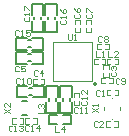
<source format=gto>
G04*
G04 #@! TF.GenerationSoftware,Altium Limited,Altium Designer,19.0.15 (446)*
G04*
G04 Layer_Color=65535*
%FSLAX24Y24*%
%MOIN*%
G70*
G01*
G75*
%ADD10C,0.0079*%
%ADD11C,0.0049*%
%ADD12C,0.0060*%
D10*
X846Y-827D02*
G03*
X846Y-827I-39J0D01*
G01*
X-1388Y-965D02*
X-1309D01*
X-1388Y-1201D02*
X-1309D01*
X-1643Y-1402D02*
X-1454D01*
X-1643Y-1874D02*
X-1454D01*
X-502Y-1388D02*
Y-1309D01*
X-738Y-1388D02*
Y-1309D01*
X-994Y1339D02*
Y1417D01*
X-1230Y1339D02*
Y1417D01*
X-531Y1339D02*
Y1417D01*
X-768Y1339D02*
Y1417D01*
X-1417Y625D02*
X-1339D01*
X-1417Y389D02*
X-1339D01*
X-276Y-1388D02*
Y-1309D01*
X-39Y-1388D02*
Y-1309D01*
X-1417Y162D02*
X-1339D01*
X-1417Y-74D02*
X-1339D01*
D11*
X1360Y-1297D02*
X1376D01*
X1636Y-1683D02*
Y-1604D01*
X1360Y-1990D02*
X1376D01*
X1100Y-1683D02*
Y-1604D01*
X-591Y-728D02*
Y571D01*
X709Y-728D02*
Y571D01*
X-591D02*
X709D01*
X-591Y-728D02*
X709D01*
X1177Y-2252D02*
Y-2079D01*
X1563Y-2252D02*
Y-2079D01*
X1439Y-2252D02*
X1563D01*
X1177D02*
X1301D01*
X1439Y-2079D02*
X1563D01*
X1177D02*
X1301D01*
X1581Y-1199D02*
Y-1026D01*
X1195Y-1199D02*
Y-1026D01*
X1319D01*
X1457D02*
X1581D01*
X1195Y-1199D02*
X1319D01*
X1457D02*
X1581D01*
X1394Y-808D02*
Y-635D01*
X1008Y-808D02*
Y-635D01*
X1132D01*
X1270D02*
X1394D01*
X1008Y-808D02*
X1132D01*
X1270D02*
X1394D01*
X1581Y-155D02*
Y18D01*
X1195Y-155D02*
Y18D01*
X1319D01*
X1457D02*
X1581D01*
X1195Y-155D02*
X1319D01*
X1457D02*
X1581D01*
X1151Y-155D02*
Y18D01*
X765Y-155D02*
Y18D01*
X889D01*
X1027D02*
X1151D01*
X765Y-155D02*
X889D01*
X1027D02*
X1151D01*
X-1525Y-1974D02*
X-1401Y-1974D01*
X-1263Y-1974D02*
X-1139D01*
X-1525Y-2148D02*
X-1401D01*
X-1263D02*
X-1139D01*
Y-1974D01*
X-1525Y-2148D02*
Y-1974D01*
X-1706Y-2148D02*
X-1582D01*
X-1967D02*
X-1843D01*
X-1706Y-1974D02*
X-1582Y-1974D01*
X-1967D02*
X-1843D01*
X-1967Y-2148D02*
X-1967Y-1974D01*
X-1582Y-2148D02*
Y-1974D01*
X274Y-1270D02*
Y-1146D01*
Y-1532D02*
Y-1407D01*
X100Y-1270D02*
Y-1146D01*
Y-1532D02*
Y-1407D01*
Y-1532D02*
X274D01*
X100Y-1146D02*
X274D01*
X1141Y332D02*
X1265D01*
X880D02*
X1004D01*
X1141Y505D02*
X1265D01*
X880D02*
X1004D01*
X880Y332D02*
Y505D01*
X1265Y332D02*
Y505D01*
X687Y1171D02*
Y1295D01*
Y909D02*
Y1033D01*
X514Y1171D02*
Y1295D01*
Y909D02*
Y1033D01*
Y909D02*
X687D01*
X514Y1295D02*
X687D01*
X314Y1171D02*
Y1295D01*
Y909D02*
Y1033D01*
X141Y1171D02*
Y1295D01*
Y909D02*
Y1033D01*
Y909D02*
X314D01*
X141Y1295D02*
X314D01*
X-1266Y-652D02*
X-1142D01*
X-1004D02*
X-880D01*
X-1266Y-825D02*
X-1142D01*
X-1004D02*
X-880D01*
Y-652D01*
X-1266Y-825D02*
Y-652D01*
X1259Y-330D02*
Y-206D01*
Y-592D02*
Y-468D01*
X1086Y-330D02*
Y-206D01*
Y-592D02*
Y-468D01*
Y-592D02*
X1259D01*
X1086Y-206D02*
X1259D01*
X-1690Y-661D02*
X-1722Y-628D01*
X-1788D01*
X-1821Y-661D01*
Y-792D01*
X-1788Y-825D01*
X-1722D01*
X-1690Y-792D01*
X-1624Y-825D02*
X-1558D01*
X-1591D01*
Y-628D01*
X-1624Y-661D01*
X-1460D02*
X-1427Y-628D01*
X-1362D01*
X-1329Y-661D01*
Y-792D01*
X-1362Y-825D01*
X-1427D01*
X-1460Y-792D01*
Y-661D01*
X-98Y837D02*
Y673D01*
X-66Y640D01*
X-0D01*
X33Y673D01*
Y837D01*
X98Y640D02*
X164D01*
X131D01*
Y837D01*
X98Y804D01*
X707Y-1772D02*
X904Y-1641D01*
X707D02*
X904Y-1772D01*
Y-1575D02*
Y-1509D01*
Y-1542D01*
X707D01*
X740Y-1575D01*
X889Y-2104D02*
X856Y-2071D01*
X791D01*
X758Y-2104D01*
Y-2235D01*
X791Y-2267D01*
X856D01*
X889Y-2235D01*
X1086Y-2267D02*
X955D01*
X1086Y-2136D01*
Y-2104D01*
X1053Y-2071D01*
X987D01*
X955Y-2104D01*
X973Y-1051D02*
X940Y-1019D01*
X874D01*
X842Y-1051D01*
Y-1183D01*
X874Y-1215D01*
X940D01*
X973Y-1183D01*
X1038Y-1215D02*
X1104D01*
X1071D01*
Y-1019D01*
X1038Y-1051D01*
X1621Y-671D02*
X1588Y-639D01*
X1523D01*
X1490Y-671D01*
Y-803D01*
X1523Y-835D01*
X1588D01*
X1621Y-803D01*
X1687D02*
X1720Y-835D01*
X1785D01*
X1818Y-803D01*
Y-671D01*
X1785Y-639D01*
X1720D01*
X1687Y-671D01*
Y-704D01*
X1720Y-737D01*
X1818D01*
X1047Y735D02*
X1014Y768D01*
X948D01*
X915Y735D01*
Y604D01*
X948Y571D01*
X1014D01*
X1047Y604D01*
X1112Y735D02*
X1145Y768D01*
X1211D01*
X1243Y735D01*
Y702D01*
X1211Y669D01*
X1243Y636D01*
Y604D01*
X1211Y571D01*
X1145D01*
X1112Y604D01*
Y636D01*
X1145Y669D01*
X1112Y702D01*
Y735D01*
X1145Y669D02*
X1211D01*
X368Y-1394D02*
X335Y-1427D01*
Y-1493D01*
X368Y-1526D01*
X499D01*
X531Y-1493D01*
Y-1427D01*
X499Y-1394D01*
X531Y-1329D02*
Y-1263D01*
Y-1296D01*
X335D01*
X368Y-1329D01*
X531Y-1034D02*
Y-1165D01*
X400Y-1034D01*
X368D01*
X335Y-1066D01*
Y-1132D01*
X368Y-1165D01*
X1230Y277D02*
Y80D01*
X1361D01*
X1558D02*
X1427D01*
X1558Y211D01*
Y244D01*
X1525Y277D01*
X1460D01*
X1427Y244D01*
X1356Y-429D02*
X1323Y-462D01*
Y-527D01*
X1356Y-560D01*
X1487D01*
X1520Y-527D01*
Y-462D01*
X1487Y-429D01*
X1356Y-363D02*
X1323Y-330D01*
Y-265D01*
X1356Y-232D01*
X1389D01*
X1422Y-265D01*
Y-298D01*
Y-265D01*
X1454Y-232D01*
X1487D01*
X1520Y-265D01*
Y-330D01*
X1487Y-363D01*
X830Y277D02*
Y80D01*
X961D01*
X1027D02*
X1092D01*
X1060D01*
Y277D01*
X1027Y244D01*
X-341Y1302D02*
X-374Y1270D01*
Y1204D01*
X-341Y1171D01*
X-210D01*
X-177Y1204D01*
Y1270D01*
X-210Y1302D01*
X-177Y1368D02*
Y1434D01*
Y1401D01*
X-374D01*
X-341Y1368D01*
X-374Y1663D02*
X-341Y1598D01*
X-276Y1532D01*
X-210D01*
X-177Y1565D01*
Y1630D01*
X-210Y1663D01*
X-243D01*
X-276Y1630D01*
Y1532D01*
X-1719Y937D02*
X-1752Y969D01*
X-1818D01*
X-1850Y937D01*
Y805D01*
X-1818Y773D01*
X-1752D01*
X-1719Y805D01*
X-1654Y773D02*
X-1588D01*
X-1621D01*
Y969D01*
X-1654Y937D01*
X-1358Y969D02*
X-1490D01*
Y871D01*
X-1424Y904D01*
X-1391D01*
X-1358Y871D01*
Y805D01*
X-1391Y773D01*
X-1457D01*
X-1490Y805D01*
X-1385Y-2238D02*
X-1417Y-2205D01*
X-1483D01*
X-1516Y-2238D01*
Y-2369D01*
X-1483Y-2402D01*
X-1417D01*
X-1385Y-2369D01*
X-1319Y-2402D02*
X-1253D01*
X-1286D01*
Y-2205D01*
X-1319Y-2238D01*
X-1057Y-2402D02*
Y-2205D01*
X-1155Y-2303D01*
X-1024D01*
X-1946Y-2247D02*
X-1978Y-2215D01*
X-2044D01*
X-2077Y-2247D01*
Y-2379D01*
X-2044Y-2411D01*
X-1978D01*
X-1946Y-2379D01*
X-1880Y-2411D02*
X-1814D01*
X-1847D01*
Y-2215D01*
X-1880Y-2247D01*
X-1716D02*
X-1683Y-2215D01*
X-1618D01*
X-1585Y-2247D01*
Y-2280D01*
X-1618Y-2313D01*
X-1650D01*
X-1618D01*
X-1585Y-2346D01*
Y-2379D01*
X-1618Y-2411D01*
X-1683D01*
X-1716Y-2379D01*
X-1109Y-407D02*
X-1142Y-374D01*
X-1207D01*
X-1240Y-407D01*
Y-538D01*
X-1207Y-571D01*
X-1142D01*
X-1109Y-538D01*
X-945Y-571D02*
Y-374D01*
X-1043Y-472D01*
X-912D01*
X-1719Y-249D02*
X-1752Y-217D01*
X-1818D01*
X-1850Y-249D01*
Y-381D01*
X-1818Y-413D01*
X-1752D01*
X-1719Y-381D01*
X-1522Y-217D02*
X-1654D01*
Y-315D01*
X-1588Y-282D01*
X-1555D01*
X-1522Y-315D01*
Y-381D01*
X-1555Y-413D01*
X-1621D01*
X-1654Y-381D01*
X525Y1509D02*
X492Y1476D01*
Y1411D01*
X525Y1378D01*
X656D01*
X689Y1411D01*
Y1476D01*
X656Y1509D01*
X492Y1575D02*
Y1706D01*
X525D01*
X656Y1575D01*
X689D01*
X153Y1513D02*
X121Y1481D01*
Y1415D01*
X153Y1382D01*
X285D01*
X317Y1415D01*
Y1481D01*
X285Y1513D01*
X121Y1710D02*
X153Y1645D01*
X219Y1579D01*
X285D01*
X317Y1612D01*
Y1677D01*
X285Y1710D01*
X252D01*
X219Y1677D01*
Y1579D01*
X-2234Y-1801D02*
X-2037Y-1670D01*
X-2234D02*
X-2037Y-1801D01*
Y-1473D02*
Y-1604D01*
X-2169Y-1473D01*
X-2201D01*
X-2234Y-1506D01*
Y-1572D01*
X-2201Y-1604D01*
X230Y-1637D02*
X197Y-1604D01*
X131D01*
X98Y-1637D01*
Y-1768D01*
X131Y-1801D01*
X197D01*
X230Y-1768D01*
X295Y-1801D02*
X361D01*
X328D01*
Y-1604D01*
X295Y-1637D01*
X459Y-1801D02*
X525D01*
X492D01*
Y-1604D01*
X459Y-1637D01*
X-518Y-2234D02*
Y-2431D01*
X-387D01*
X-223D02*
Y-2234D01*
X-321Y-2333D01*
X-190D01*
X-1083Y-1811D02*
X-886D01*
Y-1680D01*
X-1050Y-1614D02*
X-1083Y-1581D01*
Y-1516D01*
X-1050Y-1483D01*
X-1017D01*
X-984Y-1516D01*
Y-1549D01*
Y-1516D01*
X-951Y-1483D01*
X-919D01*
X-886Y-1516D01*
Y-1581D01*
X-919Y-1614D01*
X-1542Y1411D02*
X-1575Y1378D01*
Y1312D01*
X-1542Y1280D01*
X-1411D01*
X-1378Y1312D01*
Y1378D01*
X-1411Y1411D01*
X-1378Y1476D02*
Y1542D01*
Y1509D01*
X-1575D01*
X-1542Y1476D01*
X-1575Y1640D02*
Y1771D01*
X-1542D01*
X-1411Y1640D01*
X-1378D01*
D12*
X-1811Y-886D02*
X-1447D01*
X-1250D02*
X-886D01*
X-1811Y-1280D02*
X-1447D01*
X-1250D02*
X-886D01*
Y-886D01*
X-1811Y-1280D02*
Y-886D01*
X-718Y-2149D02*
Y-1874D01*
X-10Y-2149D02*
Y-1874D01*
X-266Y-2149D02*
X-10D01*
X-718D02*
X-463D01*
X-266Y-1874D02*
X-10D01*
X-718D02*
X-463D01*
X-423Y-1250D02*
Y-886D01*
Y-1811D02*
Y-1447D01*
X-817Y-1250D02*
Y-886D01*
Y-1811D02*
Y-1447D01*
Y-886D02*
X-423D01*
X-817Y-1811D02*
X-423D01*
X-915Y1476D02*
Y1841D01*
Y915D02*
Y1280D01*
X-1309Y1476D02*
Y1841D01*
Y915D02*
Y1280D01*
Y915D02*
X-915D01*
X-1309Y1841D02*
X-915D01*
X-453Y1476D02*
Y1841D01*
Y915D02*
Y1280D01*
X-846Y1476D02*
Y1841D01*
Y915D02*
Y1280D01*
Y915D02*
X-453D01*
X-846Y1841D02*
X-453D01*
X-1841Y704D02*
X-1476D01*
X-1280D02*
X-915D01*
X-1841Y310D02*
X-1476D01*
X-1280D02*
X-915D01*
Y704D01*
X-1841Y310D02*
Y704D01*
X-354Y-1811D02*
Y-1447D01*
Y-1250D02*
Y-886D01*
X39Y-1811D02*
Y-1447D01*
Y-1250D02*
Y-886D01*
X-354D02*
X39D01*
X-354Y-1811D02*
X39D01*
X-1841Y241D02*
X-1476D01*
X-1280D02*
X-915D01*
X-1841Y-153D02*
X-1476D01*
X-1280D02*
X-915D01*
Y241D01*
X-1841Y-153D02*
Y241D01*
M02*

</source>
